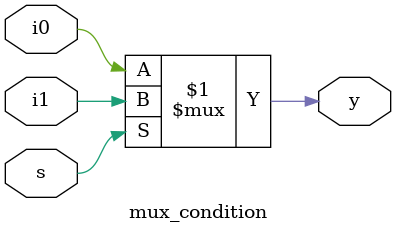
<source format=v>
module mux_condition(input i0,i1,s,output y);
assign y=s?i1:i0;
endmodule


</source>
